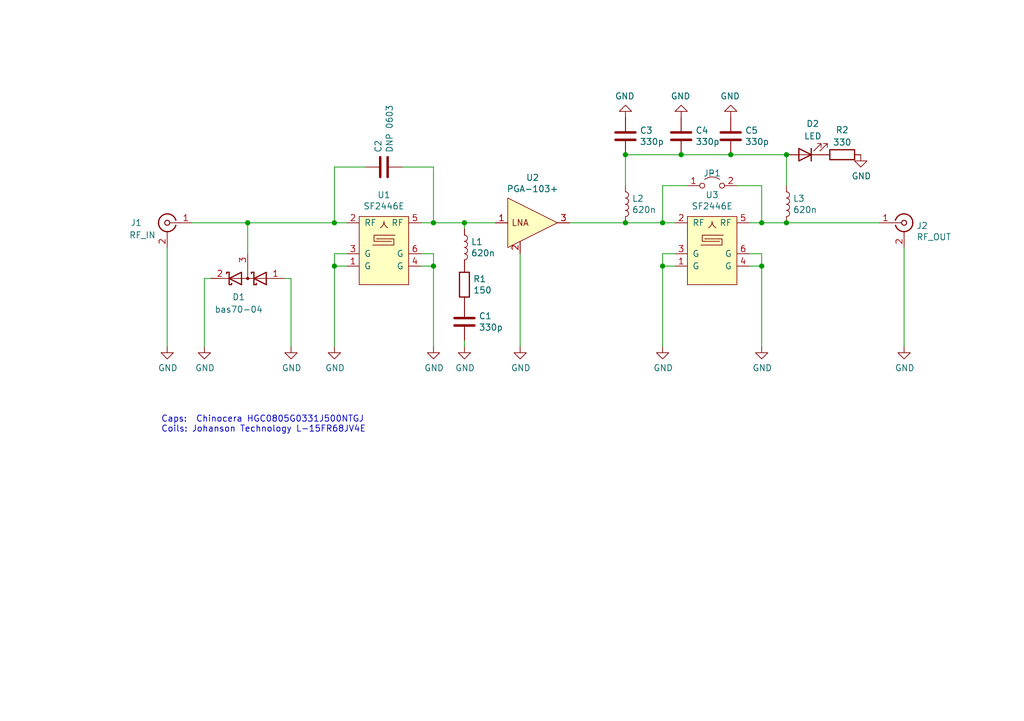
<source format=kicad_sch>
(kicad_sch (version 20230121) (generator eeschema)
  (paper "A5")
  (title_block (title "435 MHz LNA") (date "2023-07-06") (rev "v04") (company "HA5KFU") (comment 1 "v04 - HA8KDA") (comment 2 "       Keri") (comment 3 "v02 - HA7BM") (comment 4 "v01 - HA8KDA"))
  (lib_symbols
    (symbol "70cm_preamp:PGA-103+" (pin_names (offset 1.016))
      (property "Reference" "U" (at -7.62 7.62 0))
      (property "Value" "PGA-103+" (at -5.08 10.16 0))
      (symbol "PGA-103+_0_0"
        (text "LNA" (at -1.27 0 0) (effects (font (size 1.27 1.27))))
      )
      (symbol "PGA-103+_0_1"
        (polyline (pts (xy -3.81 0) (xy -3.81 5.08) (xy 6.35 0) (xy -3.81 -5.08) (xy -3.81 0)) (fill (type background)))
      )
      (symbol "PGA-103+_1_1"
        (pin input line (at -6.35 0 0) (length 2.54) (name "~") (number "1"))
        (pin input line (at -1.27 -6.35 90) (length 2.54) (name "~") (number "2"))
        (pin output line (at 8.89 0 180) (length 2.54) (name "~") (number "3"))
      )
    )
    (symbol "70cm_preamp:SF2446E" (pin_names (offset 1.016))
      (property "Reference" "U" (at -3.81 5.08 0))
      (property "Value" "SF2446E" (at 0 -8.89 0))
      (symbol "SF2446E_0_1"
        (rectangle (start -5.08 3.81) (end 5.08 -10.16) (fill (type background)))
        (arc (start -0.762 1.524) (mid -0.1988 2.0511) (end 0 2.794))
        (polyline (pts (xy -1.524 -0.762) (xy -1.27 -0.762)))
        (polyline (pts (xy 1.524 -1.27) (xy -1.524 -1.27)))
        (polyline (pts (xy 1.524 -0.762) (xy -1.27 -0.762)))
        (polyline (pts (xy -1.524 -1.27) (xy -2.032 -1.27) (xy -2.032 0) (xy 2.286 0)))
        (polyline (pts (xy 1.524 -0.762) (xy 2.032 -0.762) (xy 2.032 -2.032) (xy -2.286 -2.032)))
        (arc (start 0 2.794) (mid 0.2065 2.0558) (end 0.762 1.524))
      )
      (symbol "SF2446E_1_1"
        (pin input line (at -7.62 -6.35 0) (length 2.54) (name "G") (number "1"))
        (pin bidirectional line (at -7.62 2.54 0) (length 2.54) (name "RF") (number "2"))
        (pin input line (at -7.62 -3.81 0) (length 2.54) (name "G") (number "3"))
        (pin input line (at 7.62 -6.35 180) (length 2.54) (name "G") (number "4"))
        (pin bidirectional line (at 7.62 2.54 180) (length 2.54) (name "RF") (number "5"))
        (pin input line (at 7.62 -3.81 180) (length 2.54) (name "G") (number "6"))
      )
    )
    (symbol "Connector:Conn_Coaxial" (pin_names (offset 1.016) hide)
      (property "Reference" "J" (at 0.254 3.048 0))
      (property "Value" "Conn_Coaxial" (at 2.921 0 90))
      (symbol "Conn_Coaxial_0_1"
        (arc (start -1.778 -0.508) (mid 0.2311 -1.8066) (end 1.778 0) (stroke (width 0.254)))
        (polyline (pts (xy -2.54 0) (xy -0.508 0)))
        (polyline (pts (xy 0 -2.54) (xy 0 -1.778)))
        (circle (center 0 0) (radius 0.508) (stroke (width 0.2032)))
        (arc (start 1.778 0) (mid 0.2099 1.8101) (end -1.778 0.508) (stroke (width 0.254)))
      )
      (symbol "Conn_Coaxial_1_1"
        (pin passive line (at -5.08 0 0) (length 2.54) (name "In") (number "1"))
        (pin passive line (at 0 -5.08 90) (length 2.54) (name "Ext") (number "2"))
      )
    )
    (symbol "Device:C" (pin_numbers hide) (pin_names (offset 0.254))
      (property "Reference" "C" (at 0.635 2.54 0))
      (property "Value" "C" (at 0.635 -2.54 0))
      (symbol "C_0_1"
        (polyline (pts (xy -2.032 -0.762) (xy 2.032 -0.762)) (stroke (width 0.508)))
        (polyline (pts (xy -2.032 0.762) (xy 2.032 0.762)) (stroke (width 0.508)))
      )
      (symbol "C_1_1"
        (pin passive line (at 0 3.81 270) (length 2.794) (name "~") (number "1"))
        (pin passive line (at 0 -3.81 90) (length 2.794) (name "~") (number "2"))
      )
    )
    (symbol "Device:D_Schottky_Dual_Series_AKC" (pin_names (offset 0.762) hide)
      (property "Reference" "D" (at 1.27 -2.54 0))
      (property "Value" "D_Schottky_Dual_Series_AKC" (at 0 2.54 0))
      (symbol "D_Schottky_Dual_Series_AKC_0_1"
        (polyline (pts (xy -3.81 0) (xy 3.81 0)))
        (polyline (pts (xy 0 0) (xy 0 -2.54)))
        (polyline (pts (xy 6.35 0) (xy 7.62 0)))
        (polyline (pts (xy -1.27 -1.27) (xy -1.27 1.27) (xy -1.27 1.27)) (stroke (width 0.254)))
        (polyline (pts (xy 3.81 1.27) (xy 3.81 -1.27) (xy 3.81 -1.27)) (stroke (width 0.254)))
        (polyline (pts (xy -1.27 -1.27) (xy -0.762 -1.27) (xy -0.762 -1.016) (xy -0.762 -1.016)) (stroke (width 0.254)))
        (polyline (pts (xy 3.81 -1.27) (xy 4.318 -1.27) (xy 4.318 -1.016) (xy 4.318 -1.016)) (stroke (width 0.254)))
        (polyline (pts (xy 3.81 1.27) (xy 3.302 1.27) (xy 3.302 1.016) (xy 3.302 1.016)) (stroke (width 0.254)))
        (polyline (pts (xy -1.778 1.016) (xy -1.778 1.27) (xy -1.27 1.27) (xy -1.27 1.27) (xy -1.27 1.27)) (stroke (width 0.254)))
        (polyline (pts (xy -3.81 1.27) (xy -1.27 0) (xy -3.81 -1.27) (xy -3.81 1.27) (xy -3.81 1.27) (xy -3.81 1.27)) (stroke (width 0.254)))
        (polyline (pts (xy 1.27 1.27) (xy 3.81 0) (xy 1.27 -1.27) (xy 1.27 1.27) (xy 1.27 1.27) (xy 1.27 1.27)) (stroke (width 0.254)))
        (circle (center 0 0) (radius 0.254) (fill (type outline)))
        (pin passive line (at -7.62 0 0) (length 3.81) (name "A") (number "1"))
        (pin passive line (at 7.62 0 180) (length 3.81) (name "K") (number "2"))
        (pin passive line (at 0 -5.08 90) (length 2.54) (name "common") (number "3"))
      )
    )
    (symbol "Device:L" (pin_numbers hide) (pin_names (offset 1.016) hide)
      (property "Reference" "L" (at -1.27 0 90))
      (property "Value" "L" (at 1.905 0 90))
      (symbol "L_0_1"
        (arc (start 0 -2.54) (mid 0.6323 -1.905) (end 0 -1.27))
        (arc (start 0 -1.27) (mid 0.6323 -0.635) (end 0 0))
        (arc (start 0 0) (mid 0.6323 0.635) (end 0 1.27))
        (arc (start 0 1.27) (mid 0.6323 1.905) (end 0 2.54))
      )
      (symbol "L_1_1"
        (pin passive line (at 0 3.81 270) (length 1.27) (name "1") (number "1"))
        (pin passive line (at 0 -3.81 90) (length 1.27) (name "2") (number "2"))
      )
    )
    (symbol "Device:LED" (pin_numbers hide) (pin_names (offset 1.016) hide)
      (property "Reference" "D" (at 0 2.54 0))
      (property "Value" "LED" (at 0 -2.54 0))
      (symbol "LED_0_1"
        (polyline (pts (xy -1.27 -1.27) (xy -1.27 1.27)) (stroke (width 0.254)))
        (polyline (pts (xy -1.27 0) (xy 1.27 0)))
        (polyline (pts (xy 1.27 -1.27) (xy 1.27 1.27) (xy -1.27 0) (xy 1.27 -1.27)) (stroke (width 0.254)))
        (polyline (pts (xy -3.048 -0.762) (xy -4.572 -2.286) (xy -3.81 -2.286) (xy -4.572 -2.286) (xy -4.572 -1.524)))
        (polyline (pts (xy -1.778 -0.762) (xy -3.302 -2.286) (xy -2.54 -2.286) (xy -3.302 -2.286) (xy -3.302 -1.524)))
      )
      (symbol "LED_1_1"
        (pin passive line (at -3.81 0 0) (length 2.54) (name "K") (number "1"))
        (pin passive line (at 3.81 0 180) (length 2.54) (name "A") (number "2"))
      )
    )
    (symbol "Device:R" (pin_numbers hide) (pin_names (offset 0))
      (property "Reference" "R" (at 2.032 0 90))
      (property "Value" "R" (at 0 0 90))
      (symbol "R_0_1"
        (rectangle (start -1.016 -2.54) (end 1.016 2.54) (stroke (width 0.254)))
      )
      (symbol "R_1_1"
        (pin passive line (at 0 3.81 270) (length 1.27) (name "~") (number "1"))
        (pin passive line (at 0 -3.81 90) (length 1.27) (name "~") (number "2"))
      )
    )
    (symbol "Jumper:Jumper_2_Open" (pin_names (offset 0) hide)
      (property "Reference" "JP" (at 0 2.794 0))
      (property "Value" "Jumper_2_Open" (at 0 -2.286 0))
      (symbol "Jumper_2_Open_0_0"
        (circle (center -2.032 0) (radius 0.508))
        (circle (center 2.032 0) (radius 0.508))
      )
      (symbol "Jumper_2_Open_0_1"
        (arc (start 1.524 1.27) (mid 0 1.778) (end -1.524 1.27))
      )
      (symbol "Jumper_2_Open_1_1"
        (pin passive line (at -5.08 0 0) (length 2.54) (name "A") (number "1"))
        (pin passive line (at 5.08 0 180) (length 2.54) (name "B") (number "2"))
      )
    )
    (symbol "power:GND" (power) (pin_names (offset 0))
      (property "Value" "GND" (at 0 -3.81 0))
      (symbol "GND_0_1"
        (polyline (pts (xy 0 0) (xy 0 -1.27) (xy 1.27 -1.27) (xy 0 -2.54) (xy -1.27 -1.27) (xy 0 -1.27)))
      )
      (symbol "GND_1_1"
        (pin power_in line (at 0 0 270) (length 0) hide (name "GND") (number "1"))
      )
    )
  )
  (junction (at 88.9 54.61))
  (junction (at 50.8 45.72))
  (junction (at 128.27 31.75))
  (junction (at 156.21 54.61))
  (junction (at 156.21 45.72))
  (junction (at 149.86 31.75))
  (junction (at 95.25 45.72))
  (junction (at 128.27 45.72))
  (junction (at 139.7 31.75))
  (junction (at 68.58 54.61))
  (junction (at 161.29 45.72))
  (junction (at 88.9 45.72))
  (junction (at 68.58 45.72))
  (junction (at 135.89 54.61))
  (junction (at 161.29 31.75))
  (junction (at 135.89 45.72))
  (wire (pts (xy 128.27 31.75) (xy 139.7 31.75)))
  (wire (pts (xy 50.8 45.72) (xy 68.58 45.72)))
  (wire (pts (xy 106.68 52.07) (xy 106.68 71.12)))
  (wire (pts (xy 161.29 45.72) (xy 180.34 45.72)))
  (wire (pts (xy 41.91 57.15) (xy 43.18 57.15)))
  (wire (pts (xy 59.69 71.12) (xy 59.69 57.15)))
  (wire (pts (xy 74.93 34.29) (xy 68.58 34.29)))
  (wire (pts (xy 135.89 45.72) (xy 138.43 45.72)))
  (wire (pts (xy 34.29 50.8) (xy 34.29 71.12)))
  (wire (pts (xy 161.29 31.75) (xy 161.29 38.1)))
  (wire (pts (xy 128.27 45.72) (xy 135.89 45.72)))
  (wire (pts (xy 140.97 38.1) (xy 135.89 38.1)))
  (wire (pts (xy 156.21 38.1) (xy 156.21 45.72)))
  (wire (pts (xy 86.36 54.61) (xy 88.9 54.61)))
  (wire (pts (xy 151.13 38.1) (xy 156.21 38.1)))
  (wire (pts (xy 95.25 46.99) (xy 95.25 45.72)))
  (wire (pts (xy 88.9 54.61) (xy 88.9 71.12)))
  (wire (pts (xy 139.7 31.75) (xy 149.86 31.75)))
  (wire (pts (xy 50.8 45.72) (xy 50.8 52.07)))
  (wire (pts (xy 153.67 52.07) (xy 156.21 52.07)))
  (wire (pts (xy 95.25 69.85) (xy 95.25 71.12)))
  (wire (pts (xy 138.43 52.07) (xy 135.89 52.07)))
  (wire (pts (xy 156.21 45.72) (xy 161.29 45.72)))
  (wire (pts (xy 50.8 45.72) (xy 39.37 45.72)))
  (wire (pts (xy 153.67 45.72) (xy 156.21 45.72)))
  (wire (pts (xy 153.67 54.61) (xy 156.21 54.61)))
  (wire (pts (xy 68.58 34.29) (xy 68.58 45.72)))
  (wire (pts (xy 88.9 52.07) (xy 88.9 54.61)))
  (wire (pts (xy 71.12 45.72) (xy 68.58 45.72)))
  (wire (pts (xy 128.27 38.1) (xy 128.27 31.75)))
  (wire (pts (xy 156.21 54.61) (xy 156.21 71.12)))
  (wire (pts (xy 135.89 38.1) (xy 135.89 45.72)))
  (wire (pts (xy 88.9 45.72) (xy 95.25 45.72)))
  (wire (pts (xy 135.89 54.61) (xy 135.89 71.12)))
  (wire (pts (xy 59.69 57.15) (xy 58.42 57.15)))
  (wire (pts (xy 68.58 54.61) (xy 68.58 71.12)))
  (wire (pts (xy 88.9 34.29) (xy 88.9 45.72)))
  (wire (pts (xy 71.12 52.07) (xy 68.58 52.07)))
  (wire (pts (xy 86.36 45.72) (xy 88.9 45.72)))
  (wire (pts (xy 86.36 52.07) (xy 88.9 52.07)))
  (wire (pts (xy 82.55 34.29) (xy 88.9 34.29)))
  (wire (pts (xy 68.58 52.07) (xy 68.58 54.61)))
  (wire (pts (xy 149.86 31.75) (xy 161.29 31.75)))
  (wire (pts (xy 41.91 71.12) (xy 41.91 57.15)))
  (wire (pts (xy 95.25 45.72) (xy 101.6 45.72)))
  (wire (pts (xy 71.12 54.61) (xy 68.58 54.61)))
  (wire (pts (xy 156.21 52.07) (xy 156.21 54.61)))
  (wire (pts (xy 185.42 50.8) (xy 185.42 71.12)))
  (wire (pts (xy 116.84 45.72) (xy 128.27 45.72)))
  (wire (pts (xy 135.89 52.07) (xy 135.89 54.61)))
  (wire (pts (xy 138.43 54.61) (xy 135.89 54.61)))
  (text "Caps:  Chinocera HGC0805G0331J500NTGJ \nCoils: Johanson Technology L-15FR68JV4E " (at 33.02 88.9 0) (effects (font (size 1.27 1.27)) (justify left bottom)))
  (symbol (lib_id "Connector:Conn_Coaxial") (at 185.42 45.72 0) (unit 1)
    (property "Reference" "J2" (at 187.9346 46.3296 0) (effects (justify left)))
    (property "Value" "RF_OUT" (at 187.9346 48.641 0) (effects (justify left)))
    (property "Footprint" "70cm_preamp:SMA_Amphenol_901-144_Vertical" (effects hide))
    (property "Datasheet" "https://www.tme.eu/Document/b4dd5925cecd78bf6385fa91265dd943/RF2-145A-T-17-50-G-HDW.pdf" (effects hide))
    (property "Lomex" "43-28-28" (effects hide))
    (property "TME" "RF2-145A-T-17-50-G-HDW " (effects hide))
  )
  (symbol (lib_id "power:GND") (at 185.42 71.12 0) (unit 1)
    (property "Reference" "#PWR07" (effects hide))
    (property "Value" "GND" (at 185.547 75.5142 0))
  )
  (symbol (lib_id "Connector:Conn_Coaxial") (at 34.29 45.72 0) (mirror y) (unit 1)
    (property "Reference" "J1" (at 27.94 45.72 0))
    (property "Value" "RF_IN" (at 29.21 48.26 0))
    (property "Footprint" "70cm_preamp:SMA_Amphenol_901-144_Vertical" (effects hide))
    (property "Datasheet" "https://www.tme.eu/Document/b4dd5925cecd78bf6385fa91265dd943/RF2-145A-T-17-50-G-HDW.pdf" (effects hide))
    (property "Lomex" "43-28-28" (effects hide))
    (property "TME" "RF2-145A-T-17-50-G-HDW " (effects hide))
  )
  (symbol (lib_id "power:GND") (at 34.29 71.12 0) (unit 1)
    (property "Reference" "#PWR01" (effects hide))
    (property "Value" "GND" (at 34.417 75.5142 0))
  )
  (symbol (lib_id "70cm_preamp:PGA-103+") (at 107.95 45.72 0) (unit 1)
    (property "Reference" "U2" (at 109.22 36.449 0))
    (property "Value" "PGA-103+" (at 109.22 38.7604 0))
    (property "Footprint" "70cm_preamp:SOT-89-3" (effects hide))
    (property "Datasheet" "https://www.minicircuits.com/pdfs/PGA-103+.pdf" (effects hide))
  )
  (symbol (lib_id "70cm_preamp:SF2446E") (at 78.74 48.26 0) (unit 1)
    (property "Reference" "U1" (at 78.74 40.005 0))
    (property "Value" "SF2446E" (at 78.74 42.3164 0))
    (property "Footprint" "70cm_preamp:SF2446E-Filter_Custom_HandSolder" (effects hide))
    (property "Datasheet" "https://wireless.murata.com/datasheet?/RFM/data/sf2446e.pdf" (effects hide))
  )
  (symbol (lib_id "power:GND") (at 68.58 71.12 0) (unit 1)
    (property "Reference" "#PWR0101" (effects hide))
    (property "Value" "GND" (at 68.707 75.5142 0))
  )
  (symbol (lib_id "power:GND") (at 88.9 71.12 0) (unit 1)
    (property "Reference" "#PWR0102" (effects hide))
    (property "Value" "GND" (at 89.027 75.5142 0))
  )
  (symbol (lib_id "power:GND") (at 106.68 71.12 0) (unit 1)
    (property "Reference" "#PWR0103" (effects hide))
    (property "Value" "GND" (at 106.807 75.5142 0))
  )
  (symbol (lib_id "Device:L") (at 95.25 50.8 0) (unit 1)
    (property "Reference" "L1" (at 96.5708 49.6316 0) (effects (justify left)))
    (property "Value" "620n" (at 96.5708 51.943 0) (effects (justify left)))
    (property "Footprint" "70cm_preamp:L_0805_2012Metric_Pad1.15x1.40mm_HandSolder" (effects hide))
  )
  (symbol (lib_id "Device:R") (at 95.25 58.42 0) (unit 1)
    (property "Reference" "R1" (at 97.028 57.2516 0) (effects (justify left)))
    (property "Value" "150" (at 97.028 59.563 0) (effects (justify left)))
    (property "Footprint" "70cm_preamp:R_0805_2012Metric_Pad1.15x1.40mm_HandSolder" (effects hide))
  )
  (symbol (lib_id "Device:C") (at 95.25 66.04 0) (unit 1)
    (property "Reference" "C1" (at 98.171 64.8716 0) (effects (justify left)))
    (property "Value" "330p" (at 98.171 67.183 0) (effects (justify left)))
    (property "Footprint" "70cm_preamp:C_0805_2012Metric_Pad1.15x1.40mm_HandSolder" (effects hide))
  )
  (symbol (lib_id "power:GND") (at 95.25 71.12 0) (unit 1)
    (property "Reference" "#PWR0104" (effects hide))
    (property "Value" "GND" (at 95.377 75.5142 0))
  )
  (symbol (lib_id "power:GND") (at 149.86 24.13 180) (unit 1)
    (property "Reference" "#PWR09" (effects hide))
    (property "Value" "GND" (at 149.733 19.7358 0))
  )
  (symbol (lib_id "Device:C") (at 149.86 27.94 0) (unit 1)
    (property "Reference" "C5" (at 152.781 26.7716 0) (effects (justify left)))
    (property "Value" "330p" (at 152.781 29.083 0) (effects (justify left)))
    (property "Footprint" "70cm_preamp:C_0805_2012Metric_Pad1.15x1.40mm_HandSolder" (effects hide))
  )
  (symbol (lib_id "Jumper:Jumper_2_Open") (at 146.05 38.1 0) (unit 1)
    (property "Reference" "JP1" (at 146.05 35.56 0))
    (property "Value" "~" (at 146.05 35.56 0))
    (property "Footprint" "Jumper:SolderJumper-2_P1.3mm_Open_Pad1.0x1.5mm" (effects hide))
  )
  (symbol (lib_id "power:GND") (at 156.21 71.12 0) (unit 1)
    (property "Reference" "#PWR05" (effects hide))
    (property "Value" "GND" (at 156.337 75.5142 0))
  )
  (symbol (lib_id "Device:LED") (at 165.1 31.75 180) (unit 1)
    (property "Reference" "D2" (at 166.6875 25.4 0))
    (property "Value" "LED" (at 166.6875 27.94 0))
    (property "Footprint" "LED_SMD:LED_0805_2012Metric_Pad1.15x1.40mm_HandSolder" (effects hide))
  )
  (symbol (lib_id "power:GND") (at 176.53 31.75 0) (unit 1)
    (property "Reference" "#PWR010" (effects hide))
    (property "Value" "GND" (at 176.657 36.1442 0))
  )
  (symbol (lib_id "Device:R") (at 172.72 31.75 90) (unit 1)
    (property "Reference" "R2" (at 172.72 26.67 90))
    (property "Value" "330" (at 172.72 29.21 90))
    (property "Footprint" "70cm_preamp:R_0805_2012Metric_Pad1.15x1.40mm_HandSolder" (effects hide))
  )
  (symbol (lib_id "power:GND") (at 128.27 24.13 180) (unit 1)
    (property "Reference" "#PWR06" (effects hide))
    (property "Value" "GND" (at 128.143 19.7358 0))
  )
  (symbol (lib_id "Device:D_Schottky_Dual_Series_AKC") (at 50.8 57.15 180) (unit 1)
    (property "Reference" "D1" (at 48.9585 60.96 0))
    (property "Value" "bas70-04" (at 48.9585 63.5 0))
    (property "Footprint" "Package_TO_SOT_SMD:SOT-23" (effects hide))
  )
  (symbol (lib_id "Device:L") (at 161.29 41.91 0) (unit 1)
    (property "Reference" "L3" (at 162.6108 40.7416 0) (effects (justify left)))
    (property "Value" "620n" (at 162.6108 43.053 0) (effects (justify left)))
    (property "Footprint" "70cm_preamp:L_0805_2012Metric_Pad1.15x1.40mm_HandSolder" (effects hide))
  )
  (symbol (lib_id "Device:C") (at 139.7 27.94 0) (unit 1)
    (property "Reference" "C4" (at 142.621 26.7716 0) (effects (justify left)))
    (property "Value" "330p" (at 142.621 29.083 0) (effects (justify left)))
    (property "Footprint" "70cm_preamp:C_0805_2012Metric_Pad1.15x1.40mm_HandSolder" (effects hide))
  )
  (symbol (lib_id "Device:L") (at 128.27 41.91 0) (unit 1)
    (property "Reference" "L2" (at 129.5908 40.7416 0) (effects (justify left)))
    (property "Value" "620n" (at 129.5908 43.053 0) (effects (justify left)))
    (property "Footprint" "70cm_preamp:L_0805_2012Metric_Pad1.15x1.40mm_HandSolder" (effects hide))
  )
  (symbol (lib_id "power:GND") (at 139.7 24.13 180) (unit 1)
    (property "Reference" "#PWR08" (effects hide))
    (property "Value" "GND" (at 139.573 19.7358 0))
  )
  (symbol (lib_id "Device:C") (at 78.74 34.29 90) (unit 1)
    (property "Reference" "C2" (at 77.5716 31.369 0) (effects (justify left)))
    (property "Value" "DNP 0603" (at 79.883 31.369 0) (effects (justify left)))
    (property "Footprint" "Capacitor_SMD:C_0603_1608Metric" (effects hide))
  )
  (symbol (lib_id "power:GND") (at 41.91 71.12 0) (unit 1)
    (property "Reference" "#PWR02" (effects hide))
    (property "Value" "GND" (at 42.037 75.5142 0))
  )
  (symbol (lib_id "70cm_preamp:SF2446E") (at 146.05 48.26 0) (unit 1)
    (property "Reference" "U3" (at 146.05 40.005 0))
    (property "Value" "SF2446E" (at 146.05 42.3164 0))
    (property "Footprint" "70cm_preamp:SF2446E-Filter_Custom_HandSolder" (effects hide))
    (property "Datasheet" "https://wireless.murata.com/datasheet?/RFM/data/sf2446e.pdf" (effects hide))
  )
  (symbol (lib_id "power:GND") (at 59.69 71.12 0) (unit 1)
    (property "Reference" "#PWR03" (effects hide))
    (property "Value" "GND" (at 59.817 75.5142 0))
  )
  (symbol (lib_id "power:GND") (at 135.89 71.12 0) (unit 1)
    (property "Reference" "#PWR04" (effects hide))
    (property "Value" "GND" (at 136.017 75.5142 0))
  )
  (symbol (lib_id "Device:C") (at 128.27 27.94 0) (unit 1)
    (property "Reference" "C3" (at 131.191 26.7716 0) (effects (justify left)))
    (property "Value" "330p" (at 131.191 29.083 0) (effects (justify left)))
    (property "Footprint" "70cm_preamp:C_0805_2012Metric_Pad1.15x1.40mm_HandSolder" (effects hide))
  )
)
</source>
